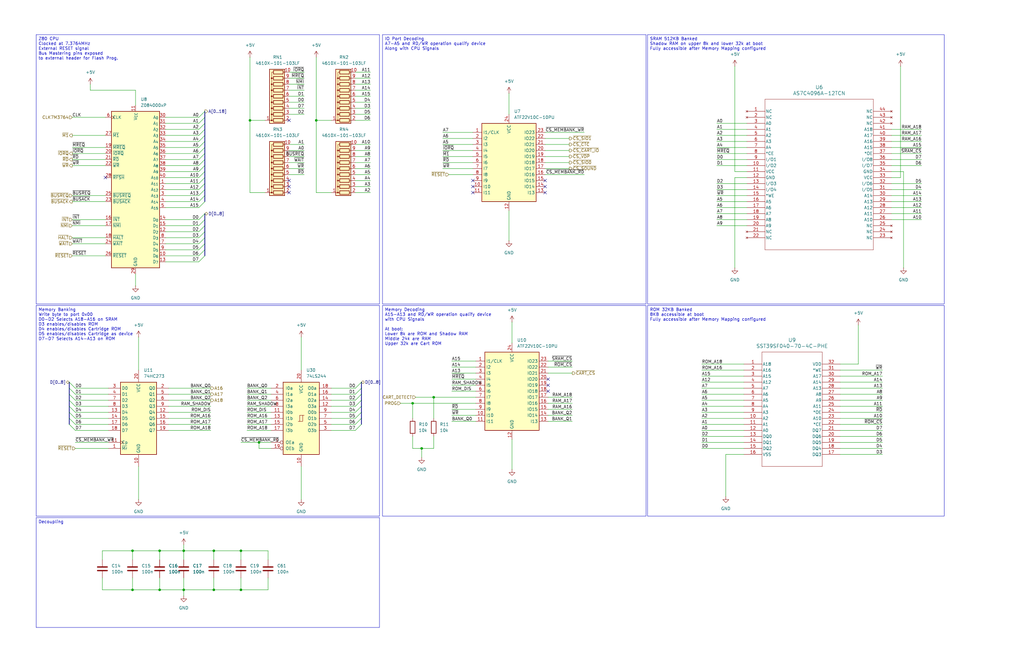
<source format=kicad_sch>
(kicad_sch (version 20250114) (generator "eeschema") (generator_version "9.0")
  (paper "USLedger")
  (text_box "Decoupling" (at 15.24 218.44 0) (size 144.78 46.355) (margins 0.9525 0.9525 0.9525 0.9525) (effects (font (size 1.27 1.27)) (justify left top)))
  (text_box "SRAM 512KB Banked\nShadow RAM on upper 8k and lower 32k at boot\nFully accessible after Memory Mapping configured" (at 273.05 14.605 0) (size 125.095 113.665) (margins 0.9525 0.9525 0.9525 0.9525) (effects (font (size 1.27 1.27)) (justify left top)))
  (text_box "Z80 CPU\nClocked at 7.3764MHz\nExternal RESET signal\nBus Mastering pins exposed\nto external header for Flash Prog." (at 15.24 14.605 0) (size 144.78 113.665) (margins 0.9525 0.9525 0.9525 0.9525) (effects (font (size 1.27 1.27)) (justify left top)))
  (text_box "IO Port Decoding\nA7-A5 and RD/WR operation qualify device\nAlong with CPU Signals" (at 161.29 14.605 0) (size 111.125 113.665) (margins 0.9525 0.9525 0.9525 0.9525) (effects (font (size 1.27 1.27)) (justify left top)))
  (text_box "ROM 32KB Banked\n8KB accessible at boot\nFully accessible after Memory Mapping configured" (at 273.05 128.905 0) (size 125.095 88.9) (margins 0.9525 0.9525 0.9525 0.9525) (effects (font (size 1.27 1.27)) (justify left top)))
  (text_box "Memory Banking\nWrite byte to port 0x00\nD0-D2 Selects A18-A16 on SRAM\nD3 enables/disables ROM\nD4 enables/disables Cartridge ROM\nD5 enables/disables Cartridge as device\nD7-D7 Selects A14-A13 on ROM" (at 15.24 128.905 0) (size 144.78 88.9) (margins 0.9525 0.9525 0.9525 0.9525) (effects (font (size 1.27 1.27)) (justify left top)))
  (text_box "Memory Decoding\nA15-A13 and RD/WR operation qualify device\nwith CPU Signals\n\nAt boot:\nLower 8k are ROM and Shadow RAM\nMiddle 24k are RAM\nUpper 32k are Cart ROM\n\n" (at 161.29 128.905 0) (size 111.125 88.9) (margins 0.9525 0.9525 0.9525 0.9525) (effects (font (size 1.27 1.27)) (justify left top)))
  (junction (at 67.31 248.92))
  (junction (at 101.6 248.92))
  (junction (at 182.88 167.64))
  (junction (at 55.88 248.92))
  (junction (at 109.22 186.69))
  (junction (at 173.99 170.18))
  (junction (at 105.41 50.8))
  (junction (at 67.31 232.41))
  (junction (at 101.6 232.41))
  (junction (at 90.17 248.92))
  (junction (at 177.8 189.23))
  (junction (at 77.47 232.41))
  (junction (at 77.47 248.92))
  (junction (at 90.17 232.41))
  (junction (at 133.35 50.8))
  (junction (at 55.88 232.41))
  (no_connect (at 199.39 76.2))
  (no_connect (at 199.39 81.28))
  (no_connect (at 229.87 76.2))
  (no_connect (at 199.39 78.74))
  (no_connect (at 229.87 78.74))
  (no_connect (at 121.92 78.74))
  (no_connect (at 231.14 162.56))
  (no_connect (at 231.14 165.1))
  (no_connect (at 44.45 74.93))
  (no_connect (at 231.14 160.02))
  (no_connect (at 229.87 81.28))
  (no_connect (at 121.92 50.8))
  (no_connect (at 121.92 76.2))
  (no_connect (at 121.92 81.28))
  (bus_entry (at 83.82 105.41) (size 2.54 -2.54))
  (bus_entry (at 83.82 80.01) (size 2.54 -2.54))
  (bus_entry (at 152.4 161.29) (size -2.54 2.54))
  (bus_entry (at 29.21 166.37) (size 2.54 2.54))
  (bus_entry (at 83.82 57.15) (size 2.54 -2.54))
  (bus_entry (at 152.4 171.45) (size -2.54 2.54))
  (bus_entry (at 83.82 72.39) (size 2.54 -2.54))
  (bus_entry (at 83.82 62.23) (size 2.54 -2.54))
  (bus_entry (at 83.82 107.95) (size 2.54 -2.54))
  (bus_entry (at 152.4 176.53) (size -2.54 2.54))
  (bus_entry (at 83.82 102.87) (size 2.54 -2.54))
  (bus_entry (at 83.82 100.33) (size 2.54 -2.54))
  (bus_entry (at 83.82 54.61) (size 2.54 -2.54))
  (bus_entry (at 152.4 168.91) (size -2.54 2.54))
  (bus_entry (at 83.82 97.79) (size 2.54 -2.54))
  (bus_entry (at 83.82 49.53) (size 2.54 -2.54))
  (bus_entry (at 83.82 95.25) (size 2.54 -2.54))
  (bus_entry (at 29.21 179.07) (size 2.54 2.54))
  (bus_entry (at 83.82 59.69) (size 2.54 -2.54))
  (bus_entry (at 83.82 82.55) (size 2.54 -2.54))
  (bus_entry (at 83.82 74.93) (size 2.54 -2.54))
  (bus_entry (at 83.82 87.63) (size 2.54 -2.54))
  (bus_entry (at 152.4 166.37) (size -2.54 2.54))
  (bus_entry (at 29.21 176.53) (size 2.54 2.54))
  (bus_entry (at 83.82 110.49) (size 2.54 -2.54))
  (bus_entry (at 83.82 67.31) (size 2.54 -2.54))
  (bus_entry (at 83.82 64.77) (size 2.54 -2.54))
  (bus_entry (at 83.82 69.85) (size 2.54 -2.54))
  (bus_entry (at 152.4 173.99) (size -2.54 2.54))
  (bus_entry (at 29.21 171.45) (size 2.54 2.54))
  (bus_entry (at 83.82 85.09) (size 2.54 -2.54))
  (bus_entry (at 29.21 173.99) (size 2.54 2.54))
  (bus_entry (at 152.4 163.83) (size -2.54 2.54))
  (bus_entry (at 29.21 168.91) (size 2.54 2.54))
  (bus_entry (at 83.82 77.47) (size 2.54 -2.54))
  (bus_entry (at 29.21 161.29) (size 2.54 2.54))
  (bus_entry (at 152.4 179.07) (size -2.54 2.54))
  (bus_entry (at 29.21 163.83) (size 2.54 2.54))
  (bus_entry (at 83.82 92.71) (size 2.54 -2.54))
  (bus_entry (at 83.82 52.07) (size 2.54 -2.54))
  (wire (pts (xy 104.14 163.83) (xy 114.3 163.83)))
  (wire (pts (xy 104.14 166.37) (xy 114.3 166.37)))
  (wire (pts (xy 190.5 160.02) (xy 200.66 160.02)))
  (bus (pts (xy 29.21 173.99) (xy 29.21 176.53)))
  (wire (pts (xy 43.18 243.84) (xy 43.18 248.92)))
  (wire (pts (xy 229.87 58.42) (xy 240.03 58.42)))
  (wire (pts (xy 231.14 157.48) (xy 241.3 157.48)))
  (wire (pts (xy 375.92 77.47) (xy 388.62 77.47)))
  (wire (pts (xy 375.92 72.39) (xy 381 72.39)))
  (wire (pts (xy 121.92 45.72) (xy 128.27 45.72)))
  (wire (pts (xy 149.86 71.12) (xy 156.21 71.12)))
  (wire (pts (xy 375.92 87.63) (xy 388.62 87.63)))
  (wire (pts (xy 375.92 67.31) (xy 388.62 67.31)))
  (wire (pts (xy 30.48 64.77) (xy 44.45 64.77)))
  (bus (pts (xy 86.36 92.71) (xy 86.36 95.25)))
  (wire (pts (xy 309.88 27.94) (xy 309.88 72.39)))
  (wire (pts (xy 71.12 163.83) (xy 88.9 163.83)))
  (wire (pts (xy 354.33 191.77) (xy 372.11 191.77)))
  (wire (pts (xy 375.92 54.61) (xy 388.62 54.61)))
  (wire (pts (xy 354.33 163.83) (xy 372.11 163.83)))
  (wire (pts (xy 375.92 85.09) (xy 388.62 85.09)))
  (wire (pts (xy 302.26 90.17) (xy 314.96 90.17)))
  (wire (pts (xy 30.48 102.87) (xy 44.45 102.87)))
  (wire (pts (xy 30.48 85.09) (xy 44.45 85.09)))
  (wire (pts (xy 30.48 57.15) (xy 44.45 57.15)))
  (wire (pts (xy 354.33 181.61) (xy 372.11 181.61)))
  (wire (pts (xy 295.91 186.69) (xy 313.69 186.69)))
  (wire (pts (xy 354.33 179.07) (xy 372.11 179.07)))
  (wire (pts (xy 43.18 236.22) (xy 43.18 232.41)))
  (wire (pts (xy 182.88 167.64) (xy 200.66 167.64)))
  (wire (pts (xy 302.26 92.71) (xy 314.96 92.71)))
  (bus (pts (xy 86.36 52.07) (xy 86.36 54.61)))
  (wire (pts (xy 302.26 77.47) (xy 314.96 77.47)))
  (wire (pts (xy 67.31 232.41) (xy 77.47 232.41)))
  (wire (pts (xy 104.14 173.99) (xy 114.3 173.99)))
  (wire (pts (xy 113.03 243.84) (xy 113.03 248.92)))
  (bus (pts (xy 86.36 46.99) (xy 86.36 49.53)))
  (wire (pts (xy 109.22 186.69) (xy 114.3 186.69)))
  (wire (pts (xy 69.85 67.31) (xy 83.82 67.31)))
  (wire (pts (xy 173.99 170.18) (xy 200.66 170.18)))
  (wire (pts (xy 354.33 156.21) (xy 372.11 156.21)))
  (wire (pts (xy 354.33 158.75) (xy 372.11 158.75)))
  (wire (pts (xy 190.5 152.4) (xy 200.66 152.4)))
  (wire (pts (xy 69.85 49.53) (xy 83.82 49.53)))
  (wire (pts (xy 175.26 167.64) (xy 182.88 167.64)))
  (wire (pts (xy 302.26 67.31) (xy 314.96 67.31)))
  (wire (pts (xy 149.86 78.74) (xy 156.21 78.74)))
  (wire (pts (xy 149.86 76.2) (xy 156.21 76.2)))
  (wire (pts (xy 302.26 85.09) (xy 314.96 85.09)))
  (bus (pts (xy 86.36 80.01) (xy 86.36 82.55)))
  (wire (pts (xy 31.75 189.23) (xy 45.72 189.23)))
  (wire (pts (xy 375.92 80.01) (xy 388.62 80.01)))
  (wire (pts (xy 379.73 27.94) (xy 379.73 74.93)))
  (wire (pts (xy 69.85 110.49) (xy 83.82 110.49)))
  (wire (pts (xy 121.92 66.04) (xy 128.27 66.04)))
  (wire (pts (xy 177.8 189.23) (xy 182.88 189.23)))
  (wire (pts (xy 38.1 35.56) (xy 38.1 38.1)))
  (wire (pts (xy 69.85 92.71) (xy 83.82 92.71)))
  (wire (pts (xy 354.33 184.15) (xy 372.11 184.15)))
  (wire (pts (xy 302.26 57.15) (xy 314.96 57.15)))
  (wire (pts (xy 113.03 236.22) (xy 113.03 232.41)))
  (wire (pts (xy 69.85 85.09) (xy 83.82 85.09)))
  (wire (pts (xy 101.6 232.41) (xy 101.6 236.22)))
  (wire (pts (xy 69.85 52.07) (xy 83.82 52.07)))
  (wire (pts (xy 149.86 35.56) (xy 156.21 35.56)))
  (wire (pts (xy 149.86 50.8) (xy 156.21 50.8)))
  (wire (pts (xy 375.92 62.23) (xy 388.62 62.23)))
  (wire (pts (xy 314.96 72.39) (xy 309.88 72.39)))
  (bus (pts (xy 86.36 102.87) (xy 86.36 105.41)))
  (wire (pts (xy 67.31 232.41) (xy 67.31 236.22)))
  (wire (pts (xy 133.35 50.8) (xy 139.7 50.8)))
  (wire (pts (xy 149.86 171.45) (xy 139.7 171.45)))
  (wire (pts (xy 375.92 74.93) (xy 379.73 74.93)))
  (wire (pts (xy 69.85 74.93) (xy 83.82 74.93)))
  (wire (pts (xy 229.87 63.5) (xy 240.03 63.5)))
  (wire (pts (xy 302.26 82.55) (xy 314.96 82.55)))
  (wire (pts (xy 55.88 248.92) (xy 67.31 248.92)))
  (wire (pts (xy 168.91 170.18) (xy 173.99 170.18)))
  (wire (pts (xy 190.5 172.72) (xy 200.66 172.72)))
  (wire (pts (xy 69.85 105.41) (xy 83.82 105.41)))
  (wire (pts (xy 149.86 45.72) (xy 156.21 45.72)))
  (wire (pts (xy 186.69 58.42) (xy 199.39 58.42)))
  (wire (pts (xy 121.92 33.02) (xy 128.27 33.02)))
  (wire (pts (xy 354.33 173.99) (xy 372.11 173.99)))
  (wire (pts (xy 354.33 176.53) (xy 372.11 176.53)))
  (wire (pts (xy 189.23 73.66) (xy 199.39 73.66)))
  (wire (pts (xy 295.91 171.45) (xy 313.69 171.45)))
  (wire (pts (xy 182.88 167.64) (xy 182.88 176.53)))
  (wire (pts (xy 69.85 107.95) (xy 83.82 107.95)))
  (wire (pts (xy 306.07 191.77) (xy 306.07 209.55)))
  (wire (pts (xy 71.12 179.07) (xy 88.9 179.07)))
  (wire (pts (xy 149.86 60.96) (xy 156.21 60.96)))
  (wire (pts (xy 190.5 162.56) (xy 200.66 162.56)))
  (wire (pts (xy 104.14 171.45) (xy 114.3 171.45)))
  (wire (pts (xy 77.47 232.41) (xy 77.47 236.22)))
  (wire (pts (xy 77.47 248.92) (xy 90.17 248.92)))
  (bus (pts (xy 29.21 161.29) (xy 29.21 163.83)))
  (wire (pts (xy 295.91 173.99) (xy 313.69 173.99)))
  (wire (pts (xy 55.88 232.41) (xy 67.31 232.41)))
  (wire (pts (xy 71.12 166.37) (xy 88.9 166.37)))
  (wire (pts (xy 104.14 181.61) (xy 114.3 181.61)))
  (wire (pts (xy 295.91 176.53) (xy 313.69 176.53)))
  (wire (pts (xy 215.9 135.89) (xy 215.9 144.78)))
  (wire (pts (xy 104.14 168.91) (xy 114.3 168.91)))
  (wire (pts (xy 77.47 229.87) (xy 77.47 232.41)))
  (wire (pts (xy 30.48 100.33) (xy 44.45 100.33)))
  (wire (pts (xy 121.92 71.12) (xy 128.27 71.12)))
  (wire (pts (xy 354.33 168.91) (xy 372.11 168.91)))
  (wire (pts (xy 302.26 80.01) (xy 314.96 80.01)))
  (wire (pts (xy 121.92 68.58) (xy 128.27 68.58)))
  (wire (pts (xy 77.47 248.92) (xy 77.47 251.46)))
  (wire (pts (xy 58.42 142.24) (xy 58.42 156.21)))
  (wire (pts (xy 127 142.24) (xy 127 156.21)))
  (wire (pts (xy 31.75 181.61) (xy 45.72 181.61)))
  (wire (pts (xy 313.69 191.77) (xy 306.07 191.77)))
  (wire (pts (xy 69.85 57.15) (xy 83.82 57.15)))
  (wire (pts (xy 186.69 55.88) (xy 199.39 55.88)))
  (wire (pts (xy 133.35 81.28) (xy 139.7 81.28)))
  (wire (pts (xy 190.5 175.26) (xy 200.66 175.26)))
  (bus (pts (xy 152.4 171.45) (xy 152.4 173.99)))
  (wire (pts (xy 121.92 30.48) (xy 128.27 30.48)))
  (wire (pts (xy 309.88 74.93) (xy 314.96 74.93)))
  (wire (pts (xy 31.75 173.99) (xy 45.72 173.99)))
  (wire (pts (xy 149.86 68.58) (xy 156.21 68.58)))
  (wire (pts (xy 295.91 161.29) (xy 313.69 161.29)))
  (wire (pts (xy 177.8 189.23) (xy 177.8 193.04)))
  (wire (pts (xy 149.86 33.02) (xy 156.21 33.02)))
  (wire (pts (xy 182.88 184.15) (xy 182.88 189.23)))
  (bus (pts (xy 152.4 163.83) (xy 152.4 166.37)))
  (bus (pts (xy 86.36 90.17) (xy 86.36 92.71)))
  (wire (pts (xy 30.48 67.31) (xy 44.45 67.31)))
  (wire (pts (xy 121.92 35.56) (xy 128.27 35.56)))
  (wire (pts (xy 149.86 66.04) (xy 156.21 66.04)))
  (wire (pts (xy 104.14 179.07) (xy 114.3 179.07)))
  (wire (pts (xy 121.92 40.64) (xy 128.27 40.64)))
  (wire (pts (xy 69.85 59.69) (xy 83.82 59.69)))
  (wire (pts (xy 30.48 69.85) (xy 44.45 69.85)))
  (wire (pts (xy 71.12 176.53) (xy 88.9 176.53)))
  (bus (pts (xy 86.36 100.33) (xy 86.36 102.87)))
  (wire (pts (xy 186.69 71.12) (xy 199.39 71.12)))
  (bus (pts (xy 86.36 69.85) (xy 86.36 72.39)))
  (wire (pts (xy 133.35 24.13) (xy 133.35 50.8)))
  (wire (pts (xy 30.48 95.25) (xy 44.45 95.25)))
  (wire (pts (xy 90.17 232.41) (xy 101.6 232.41)))
  (wire (pts (xy 105.41 24.13) (xy 105.41 50.8)))
  (wire (pts (xy 149.86 38.1) (xy 156.21 38.1)))
  (wire (pts (xy 302.26 64.77) (xy 314.96 64.77)))
  (wire (pts (xy 295.91 184.15) (xy 313.69 184.15)))
  (wire (pts (xy 109.22 186.69) (xy 109.22 189.23)))
  (wire (pts (xy 302.26 62.23) (xy 314.96 62.23)))
  (wire (pts (xy 302.26 54.61) (xy 314.96 54.61)))
  (bus (pts (xy 86.36 62.23) (xy 86.36 64.77)))
  (wire (pts (xy 302.26 95.25) (xy 314.96 95.25)))
  (wire (pts (xy 43.18 232.41) (xy 55.88 232.41)))
  (wire (pts (xy 190.5 165.1) (xy 200.66 165.1)))
  (wire (pts (xy 58.42 196.85) (xy 58.42 210.82)))
  (wire (pts (xy 57.15 115.57) (xy 57.15 120.65)))
  (wire (pts (xy 295.91 153.67) (xy 313.69 153.67)))
  (wire (pts (xy 149.86 30.48) (xy 156.21 30.48)))
  (wire (pts (xy 173.99 170.18) (xy 173.99 176.53)))
  (wire (pts (xy 186.69 63.5) (xy 199.39 63.5)))
  (wire (pts (xy 121.92 38.1) (xy 128.27 38.1)))
  (wire (pts (xy 69.85 69.85) (xy 83.82 69.85)))
  (wire (pts (xy 354.33 186.69) (xy 372.11 186.69)))
  (wire (pts (xy 173.99 184.15) (xy 173.99 189.23)))
  (wire (pts (xy 190.5 177.8) (xy 200.66 177.8)))
  (bus (pts (xy 86.36 64.77) (xy 86.36 67.31)))
  (wire (pts (xy 104.14 176.53) (xy 114.3 176.53)))
  (wire (pts (xy 375.92 59.69) (xy 388.62 59.69)))
  (wire (pts (xy 133.35 50.8) (xy 133.35 81.28)))
  (bus (pts (xy 86.36 67.31) (xy 86.36 69.85)))
  (wire (pts (xy 55.88 243.84) (xy 55.88 248.92)))
  (wire (pts (xy 149.86 173.99) (xy 139.7 173.99)))
  (wire (pts (xy 69.85 102.87) (xy 83.82 102.87)))
  (wire (pts (xy 354.33 189.23) (xy 372.11 189.23)))
  (bus (pts (xy 86.36 105.41) (xy 86.36 107.95)))
  (wire (pts (xy 121.92 60.96) (xy 128.27 60.96)))
  (wire (pts (xy 295.91 166.37) (xy 313.69 166.37)))
  (wire (pts (xy 69.85 77.47) (xy 83.82 77.47)))
  (bus (pts (xy 86.36 57.15) (xy 86.36 59.69)))
  (wire (pts (xy 295.91 156.21) (xy 313.69 156.21)))
  (bus (pts (xy 86.36 54.61) (xy 86.36 57.15)))
  (wire (pts (xy 231.14 172.72) (xy 241.3 172.72)))
  (wire (pts (xy 190.5 154.94) (xy 200.66 154.94)))
  (wire (pts (xy 101.6 186.69) (xy 109.22 186.69)))
  (wire (pts (xy 57.15 38.1) (xy 38.1 38.1)))
  (bus (pts (xy 86.36 49.53) (xy 86.36 52.07)))
  (wire (pts (xy 69.85 100.33) (xy 83.82 100.33)))
  (wire (pts (xy 295.91 179.07) (xy 313.69 179.07)))
  (wire (pts (xy 105.41 50.8) (xy 105.41 81.28)))
  (bus (pts (xy 29.21 166.37) (xy 29.21 168.91)))
  (wire (pts (xy 229.87 68.58) (xy 240.03 68.58)))
  (wire (pts (xy 31.75 163.83) (xy 45.72 163.83)))
  (wire (pts (xy 77.47 232.41) (xy 90.17 232.41)))
  (bus (pts (xy 86.36 59.69) (xy 86.36 62.23)))
  (wire (pts (xy 101.6 243.84) (xy 101.6 248.92)))
  (wire (pts (xy 69.85 62.23) (xy 83.82 62.23)))
  (wire (pts (xy 55.88 232.41) (xy 55.88 236.22)))
  (wire (pts (xy 67.31 243.84) (xy 67.31 248.92)))
  (wire (pts (xy 30.48 92.71) (xy 44.45 92.71)))
  (wire (pts (xy 149.86 166.37) (xy 139.7 166.37)))
  (wire (pts (xy 149.86 63.5) (xy 156.21 63.5)))
  (wire (pts (xy 231.14 177.8) (xy 241.3 177.8)))
  (wire (pts (xy 354.33 166.37) (xy 372.11 166.37)))
  (wire (pts (xy 309.88 74.93) (xy 309.88 113.03)))
  (bus (pts (xy 86.36 82.55) (xy 86.36 85.09)))
  (bus (pts (xy 152.4 166.37) (xy 152.4 168.91)))
  (wire (pts (xy 31.75 179.07) (xy 45.72 179.07)))
  (wire (pts (xy 149.86 43.18) (xy 156.21 43.18)))
  (wire (pts (xy 190.5 157.48) (xy 200.66 157.48)))
  (wire (pts (xy 149.86 40.64) (xy 156.21 40.64)))
  (wire (pts (xy 381 72.39) (xy 381 113.03)))
  (wire (pts (xy 30.48 49.53) (xy 44.45 49.53)))
  (wire (pts (xy 375.92 82.55) (xy 388.62 82.55)))
  (wire (pts (xy 149.86 176.53) (xy 139.7 176.53)))
  (wire (pts (xy 31.75 171.45) (xy 45.72 171.45)))
  (wire (pts (xy 43.18 248.92) (xy 55.88 248.92)))
  (wire (pts (xy 214.63 39.37) (xy 214.63 48.26)))
  (wire (pts (xy 375.92 69.85) (xy 388.62 69.85)))
  (bus (pts (xy 152.4 176.53) (xy 152.4 179.07)))
  (wire (pts (xy 375.92 57.15) (xy 388.62 57.15)))
  (wire (pts (xy 229.87 60.96) (xy 240.03 60.96)))
  (wire (pts (xy 57.15 44.45) (xy 57.15 38.1)))
  (bus (pts (xy 29.21 168.91) (xy 29.21 171.45)))
  (wire (pts (xy 149.86 81.28) (xy 156.21 81.28)))
  (wire (pts (xy 109.22 189.23) (xy 114.3 189.23)))
  (bus (pts (xy 29.21 176.53) (xy 29.21 179.07)))
  (wire (pts (xy 69.85 82.55) (xy 83.82 82.55)))
  (wire (pts (xy 302.26 59.69) (xy 314.96 59.69)))
  (wire (pts (xy 375.92 90.17) (xy 388.62 90.17)))
  (wire (pts (xy 71.12 168.91) (xy 88.9 168.91)))
  (bus (pts (xy 152.4 168.91) (xy 152.4 171.45)))
  (wire (pts (xy 229.87 73.66) (xy 246.38 73.66)))
  (wire (pts (xy 149.86 179.07) (xy 139.7 179.07)))
  (wire (pts (xy 375.92 92.71) (xy 388.62 92.71)))
  (wire (pts (xy 31.75 166.37) (xy 45.72 166.37)))
  (wire (pts (xy 121.92 48.26) (xy 128.27 48.26)))
  (wire (pts (xy 69.85 80.01) (xy 83.82 80.01)))
  (wire (pts (xy 67.31 248.92) (xy 77.47 248.92)))
  (wire (pts (xy 295.91 168.91) (xy 313.69 168.91)))
  (wire (pts (xy 90.17 232.41) (xy 90.17 236.22)))
  (wire (pts (xy 173.99 189.23) (xy 177.8 189.23)))
  (wire (pts (xy 105.41 50.8) (xy 111.76 50.8)))
  (wire (pts (xy 77.47 243.84) (xy 77.47 248.92)))
  (bus (pts (xy 29.21 163.83) (xy 29.21 166.37)))
  (wire (pts (xy 186.69 60.96) (xy 199.39 60.96)))
  (wire (pts (xy 149.86 73.66) (xy 156.21 73.66)))
  (wire (pts (xy 302.26 87.63) (xy 314.96 87.63)))
  (wire (pts (xy 231.14 175.26) (xy 241.3 175.26)))
  (wire (pts (xy 69.85 54.61) (xy 83.82 54.61)))
  (wire (pts (xy 149.86 181.61) (xy 139.7 181.61)))
  (bus (pts (xy 86.36 77.47) (xy 86.36 80.01)))
  (wire (pts (xy 101.6 248.92) (xy 113.03 248.92)))
  (bus (pts (xy 152.4 161.29) (xy 152.4 163.83)))
  (wire (pts (xy 71.12 171.45) (xy 88.9 171.45)))
  (wire (pts (xy 295.91 158.75) (xy 313.69 158.75)))
  (bus (pts (xy 86.36 95.25) (xy 86.36 97.79)))
  (wire (pts (xy 295.91 189.23) (xy 313.69 189.23)))
  (wire (pts (xy 31.75 176.53) (xy 45.72 176.53)))
  (wire (pts (xy 214.63 88.9) (xy 214.63 101.6)))
  (wire (pts (xy 229.87 66.04) (xy 240.03 66.04)))
  (wire (pts (xy 31.75 186.69) (xy 45.72 186.69)))
  (wire (pts (xy 354.33 161.29) (xy 372.11 161.29)))
  (wire (pts (xy 186.69 68.58) (xy 199.39 68.58)))
  (wire (pts (xy 71.12 181.61) (xy 88.9 181.61)))
  (wire (pts (xy 229.87 55.88) (xy 246.38 55.88)))
  (wire (pts (xy 69.85 95.25) (xy 83.82 95.25)))
  (wire (pts (xy 231.14 152.4) (xy 241.3 152.4)))
  (bus (pts (xy 86.36 74.93) (xy 86.36 77.47)))
  (wire (pts (xy 231.14 167.64) (xy 241.3 167.64)))
  (wire (pts (xy 186.69 66.04) (xy 199.39 66.04)))
  (wire (pts (xy 31.75 168.91) (xy 45.72 168.91)))
  (bus (pts (xy 152.4 173.99) (xy 152.4 176.53)))
  (wire (pts (xy 375.92 64.77) (xy 388.62 64.77)))
  (bus (pts (xy 29.21 171.45) (xy 29.21 173.99)))
  (wire (pts (xy 231.14 170.18) (xy 241.3 170.18)))
  (wire (pts (xy 127 196.85) (xy 127 210.82)))
  (wire (pts (xy 121.92 43.18) (xy 128.27 43.18)))
  (wire (pts (xy 69.85 72.39) (xy 83.82 72.39)))
  (wire (pts (xy 121.92 73.66) (xy 128.27 73.66)))
  (wire (pts (xy 295.91 163.83) (xy 313.69 163.83)))
  (wire (pts (xy 302.26 69.85) (xy 314.96 69.85)))
  (wire (pts (xy 361.95 137.16) (xy 361.95 153.67)))
  (wire (pts (xy 30.48 107.95) (xy 44.45 107.95)))
  (wire (pts (xy 30.48 82.55) (xy 44.45 82.55)))
  (bus (pts (xy 86.36 72.39) (xy 86.36 74.93)))
  (wire (pts (xy 90.17 248.92) (xy 101.6 248.92)))
  (wire (pts (xy 90.17 243.84) (xy 90.17 248.92)))
  (wire (pts (xy 354.33 153.67) (xy 361.95 153.67)))
  (wire (pts (xy 215.9 185.42) (xy 215.9 198.12)))
  (wire (pts (xy 101.6 232.41) (xy 113.03 232.41)))
  (wire (pts (xy 121.92 63.5) (xy 128.27 63.5)))
  (wire (pts (xy 302.26 52.07) (xy 314.96 52.07)))
  (wire (pts (xy 69.85 87.63) (xy 83.82 87.63)))
  (wire (pts (xy 69.85 64.77) (xy 83.82 64.77)))
  (wire (pts (xy 30.48 62.23) (xy 44.45 62.23)))
  (wire (pts (xy 149.86 48.26) (xy 156.21 48.26)))
  (wire (pts (xy 231.14 154.94) (xy 241.3 154.94)))
  (wire (pts (xy 69.85 97.79) (xy 83.82 97.79)))
  (wire (pts (xy 71.12 173.99) (xy 88.9 173.99)))
  (wire (pts (xy 105.41 81.28) (xy 111.76 81.28)))
  (wire (pts (xy 149.86 163.83) (xy 139.7 163.83)))
  (wire (pts (xy 149.86 168.91) (xy 139.7 168.91)))
  (wire (pts (xy 295.91 181.61) (xy 313.69 181.61)))
  (wire (pts (xy 229.87 71.12) (xy 240.03 71.12)))
  (bus (pts (xy 86.36 97.79) (xy 86.36 100.33)))
  (wire (pts (xy 354.33 171.45) (xy 372.11 171.45)))
  (label "BANK_Q1" (at 88.9 166.37 180))
  (label "A15" (at 388.62 62.23 180))
  (label "~{WR}" (at 186.69 71.12 0))
  (label "BANK_Q0" (at 88.9 163.83 180))
  (label "D7" (at 128.27 45.72 180))
  (label "A5" (at 156.21 73.66 180))
  (label "A6" (at 156.21 71.12 180))
  (label "ROM_A17" (at 372.11 158.75 180))
  (label "ROM_A18" (at 104.14 181.61 0))
  (label "D6" (at 156.21 50.8 180))
  (label "D3" (at 156.21 45.72 180))
  (label "ROM_DIS" (at 104.14 173.99 0))
  (label "D2" (at 149.86 168.91 180))
  (label "A0" (at 302.26 52.07 0))
  (label "ROM_DIS" (at 190.5 165.1 0))
  (label "A14" (at 388.62 82.55 180))
  (label "~{RD}" (at 186.69 68.58 0))
  (label "D7" (at 83.82 110.49 180))
  (label "D5" (at 156.21 48.26 180))
  (label "D5" (at 372.11 186.69 180))
  (label "RAM_A17" (at 241.3 170.18 180))
  (label "A12" (at 388.62 87.63 180))
  (label "BANK_Q2" (at 104.14 168.91 0))
  (label "~{INT}" (at 128.27 38.1 180))
  (label "D0" (at 83.82 92.71 180))
  (label "A7" (at 302.26 90.17 0))
  (label "A8" (at 372.11 166.37 180))
  (label "~{RD}" (at 128.27 73.66 180))
  (label "~{NMI}" (at 128.27 35.56 180))
  (label "BANK_Q2" (at 88.9 168.91 180))
  (label "D7" (at 372.11 181.61 180))
  (label "~{INT}" (at 30.48 92.71 0))
  (label "A4" (at 156.21 76.2 180))
  (label "A6" (at 302.26 87.63 0))
  (label "~{RD}" (at 372.11 173.99 180))
  (label "A5" (at 295.91 168.91 0))
  (label "A15" (at 156.21 40.64 180))
  (label "D0" (at 149.86 163.83 180))
  (label "~{SRAM_CS}" (at 241.3 152.4 180))
  (label "D6" (at 388.62 69.85 180))
  (label "~{MREQ}" (at 302.26 64.77 0))
  (label "A15" (at 295.91 158.75 0))
  (label "D1" (at 295.91 186.69 0))
  (label "A12" (at 156.21 33.02 180))
  (label "BANK_Q1" (at 104.14 166.37 0))
  (label "~{BUSACK}" (at 30.48 85.09 0))
  (label "D2" (at 295.91 184.15 0))
  (label "D2" (at 128.27 48.26 180))
  (label "A1" (at 302.26 54.61 0))
  (label "D1" (at 128.27 40.64 180))
  (label "~{CS_MEMBANK_WR}" (at 246.38 55.88 180))
  (label "~{MREQ}" (at 128.27 33.02 180))
  (label "D0" (at 302.26 67.31 0))
  (label "A12" (at 83.82 80.01 180))
  (label "ROM_A17" (at 104.14 179.07 0))
  (label "D0" (at 31.75 163.83 0))
  (label "A11" (at 388.62 90.17 180))
  (label "D1" (at 302.26 69.85 0))
  (label "~{CS_MEMBANK_RD}" (at 246.38 73.66 180))
  (label "~{NMI}" (at 30.48 95.25 0))
  (label "A14" (at 190.5 154.94 0))
  (label "D3" (at 31.75 171.45 0))
  (label "~{MREQ}" (at 30.48 62.23 0))
  (label "A6" (at 295.91 166.37 0))
  (label "A10" (at 388.62 92.71 180))
  (label "~{M1}" (at 186.69 66.04 0))
  (label "ROM_A16" (at 295.91 156.21 0))
  (label "~{CS_MEMBANK_RD}" (at 101.6 186.69 0))
  (label "D4" (at 149.86 173.99 180))
  (label "D0" (at 128.27 43.18 180))
  (label "A13" (at 372.11 163.83 180))
  (label "A9" (at 302.26 95.25 0))
  (label "D5" (at 31.75 176.53 0))
  (label "D1" (at 149.86 166.37 180))
  (label "D5" (at 388.62 77.47 180))
  (label "~{WR}" (at 302.26 82.55 0))
  (label "D3" (at 372.11 191.77 180))
  (label "D2" (at 31.75 168.91 0))
  (label "A4" (at 295.91 171.45 0))
  (label "A3" (at 83.82 57.15 180))
  (label "D3" (at 302.26 80.01 0))
  (label "~{IORQ}" (at 128.27 30.48 180))
  (label "D5" (at 149.86 176.53 180))
  (label "D6" (at 149.86 179.07 180))
  (label "RAM_A18" (at 388.62 54.61 180))
  (label "D6" (at 31.75 179.07 0))
  (label "D1" (at 83.82 95.25 180))
  (label "A5" (at 302.26 85.09 0))
  (label "A12" (at 295.91 161.29 0))
  (label "A14" (at 156.21 38.1 180))
  (label "ROM_A18" (at 295.91 153.67 0))
  (label "~{WAIT}" (at 128.27 68.58 180))
  (label "~{WAIT}" (at 30.48 102.87 0))
  (label "D4" (at 31.75 173.99 0))
  (label "D3" (at 83.82 100.33 180))
  (label "A7" (at 186.69 55.88 0))
  (label "D4" (at 156.21 43.18 180))
  (label "A15" (at 190.5 152.4 0))
  (label "A11" (at 83.82 77.47 180))
  (label "RAM_A17" (at 388.62 57.15 180))
  (label "A13" (at 156.21 35.56 180))
  (label "BANK_Q2" (at 241.3 175.26 180))
  (label "A3" (at 302.26 59.69 0))
  (label "D4" (at 372.11 189.23 180))
  (label "~{BUSREQ}" (at 30.48 82.55 0))
  (label "ROM_A17" (at 88.9 179.07 180))
  (label "CLK" (at 30.48 49.53 0))
  (label "RAM_A16" (at 388.62 59.69 180))
  (label "A6" (at 186.69 58.42 0))
  (label "A3" (at 156.21 78.74 180))
  (label "A9" (at 83.82 72.39 180))
  (label "~{IORQ}" (at 186.69 63.5 0))
  (label "A1" (at 295.91 179.07 0))
  (label "BANK_Q0" (at 190.5 177.8 0))
  (label "A9" (at 372.11 168.91 180))
  (label "A9" (at 156.21 63.5 180))
  (label "BANK_Q1" (at 241.3 177.8 180))
  (label "D2" (at 302.26 77.47 0))
  (label "~{RD}" (at 190.5 172.72 0))
  (label "D3" (at 149.86 171.45 180))
  (label "A2" (at 302.26 57.15 0))
  (label "~{WR}" (at 128.27 71.12 180))
  (label "RAM_SHADOW" (at 190.5 162.56 0))
  (label "RAM_SHADOW" (at 104.14 171.45 0))
  (label "A0" (at 128.27 63.5 180))
  (label "BANK_Q0" (at 104.14 163.83 0))
  (label "~{MREQ}" (at 190.5 160.02 0))
  (label "~{BUSREQ}" (at 128.27 66.04 180))
  (label "RAM_A16" (at 241.3 172.72 180))
  (label "A4" (at 83.82 59.69 180))
  (label "A3" (at 295.91 173.99 0))
  (label "D2" (at 83.82 97.79 180))
  (label "~{IORQ}" (at 30.48 64.77 0))
  (label "A14" (at 372.11 161.29 180))
  (label "D6" (at 372.11 184.15 180))
  (label "D7" (at 31.75 181.61 0))
  (label "D1" (at 31.75 166.37 0))
  (label "D0" (at 295.91 189.23 0))
  (label "~{RESET}" (at 30.48 107.95 0))
  (label "D7" (at 149.86 181.61 180))
  (label "A6" (at 83.82 64.77 180))
  (label "A11" (at 156.21 30.48 180))
  (label "A7" (at 83.82 67.31 180))
  (label "ROM_A18" (at 88.9 181.61 180))
  (label "A2" (at 156.21 81.28 180))
  (label "~{WR}" (at 372.11 156.21 180))
  (label "A10" (at 372.11 176.53 180))
  (label "~{RD}" (at 30.48 67.31 0))
  (label "~{WR}" (at 190.5 175.26 0))
  (label "A1" (at 83.82 52.07 180))
  (label "~{WR}" (at 30.48 69.85 0))
  (label "~{SRAM_CS}" (at 388.62 64.77 180))
  (label "A7" (at 156.21 68.58 180))
  (label "A10" (at 83.82 74.93 180))
  (label "RAM_A18" (at 241.3 167.64 180))
  (label "ROM_A16" (at 88.9 176.53 180))
  (label "A15" (at 83.82 87.63 180))
  (label "~{ROM_CS}" (at 241.3 154.94 180))
  (label "A13" (at 83.82 82.55 180))
  (label "A7" (at 295.91 163.83 0))
  (label "D6" (at 83.82 107.95 180))
  (label "A10" (at 156.21 60.96 180))
  (label "A0" (at 295.91 181.61 0))
  (label "RAM_SHADOW" (at 88.9 171.45 180))
  (label "D7" (at 388.62 67.31 180))
  (label "~{CS_MEMBANK_WR}" (at 31.75 186.69 0))
  (label "A1" (at 128.27 60.96 180))
  (label "A2" (at 83.82 54.61 180))
  (label "A13" (at 190.5 157.48 0))
  (label "A8" (at 83.82 69.85 180))
  (label "A13" (at 388.62 85.09 180))
  (label "A11" (at 372.11 171.45 180))
  (label "A5" (at 83.82 62.23 180))
  (label "A4" (at 302.26 62.23 0))
  (label "D4" (at 83.82 102.87 180))
  (label "A14" (at 83.82 85.09 180))
  (label "D4" (at 388.62 80.01 180))
  (label "ROM_DIS" (at 88.9 173.99 180))
  (label "A5" (at 186.69 60.96 0))
  (label "ROM_A16" (at 104.14 176.53 0))
  (label "~{ROM_CS}" (at 372.11 179.07 180))
  (label "A0" (at 83.82 49.53 180))
  (label "A8" (at 302.26 92.71 0))
  (label "A8" (at 156.21 66.04 180))
  (label "D5" (at 83.82 105.41 180))
  (label "A2" (at 295.91 176.53 0))
  (hierarchical_label "A18" (shape output) (at 88.9 168.91 0))
  (hierarchical_label "PROG" (shape input) (at 168.91 170.18 180))
  (hierarchical_label "CART_DETECT" (shape input) (at 175.26 167.64 180))
  (hierarchical_label "~{CS_SIO0}" (shape output) (at 240.03 68.58 0))
  (hierarchical_label "A16" (shape output) (at 88.9 163.83 0))
  (hierarchical_label "~{BUSACK}" (shape output) (at 30.48 85.09 180))
  (hierarchical_label "~{BUSREQ}" (shape input) (at 30.48 82.55 180))
  (hierarchical_label "~{CS_VDP}" (shape output) (at 240.03 66.04 0))
  (hierarchical_label "~{RESET}" (shape input) (at 31.75 189.23 180))
  (hierarchical_label "~{INT}" (shape input) (at 30.48 92.71 180))
  (hierarchical_label "A17" (shape output) (at 88.9 166.37 0))
  (hierarchical_label "~{CS_CART_IO}" (shape output) (at 240.03 63.5 0))
  (hierarchical_label "~{WR}" (shape output) (at 30.48 69.85 180))
  (hierarchical_label "A[0..18]" (shape output) (at 86.36 46.99 0))
  (hierarchical_label "~{RESET}" (shape input) (at 189.23 73.66 180))
  (hierarchical_label "~{CS_SOUND}" (shape output) (at 240.03 71.12 0))
  (hierarchical_label "~{CART_CS}" (shape output) (at 241.3 157.48 0))
  (hierarchical_label "~{WAIT}" (shape input) (at 30.48 102.87 180))
  (hierarchical_label "~{HALT}" (shape input) (at 30.48 100.33 180))
  (hierarchical_label "~{NMI}" (shape input) (at 30.48 95.25 180))
  (hierarchical_label "~{RD}" (shape output) (at 30.48 67.31 180))
  (hierarchical_label "~{M1}" (shape output) (at 30.48 57.15 180))
  (hierarchical_label "D[0..8]" (shape bidirectional) (at 152.4 161.29 0))
  (hierarchical_label "D[0..8]" (shape bidirectional) (at 29.21 161.29 180))
  (hierarchical_label "~{CS_CTC}" (shape output) (at 240.03 60.96 0))
  (hierarchical_label "~{RESET}" (shape input) (at 30.48 107.95 180))
  (hierarchical_label "~{IORQ}" (shape output) (at 30.48 64.77 180))
  (hierarchical_label "D[0..8]" (shape bidirectional) (at 86.36 90.17 0))
  (hierarchical_label "~{CS_SIO1}" (shape output) (at 240.03 58.42 0))
  (hierarchical_label "CLK7M3764" (shape input) (at 30.48 49.53 180))
  (symbol (lib_id "power:+5V") (at 361.95 137.16 0) (unit 1)
    (property "Reference" "#PWR040" (effects (hide yes)))
    (property "Value" "+5V" (at 361.95 132.08 0))
    (property "Description" "Power symbol creates a global label with name \"+5V\"" (effects (hide yes)))
  )
  (symbol (lib_id "power:GND") (at 309.88 113.03 0) (unit 1)
    (property "Reference" "#PWR036" (effects (hide yes)))
    (property "Value" "GND" (at 309.88 118.11 0))
    (property "Description" "Power symbol creates a global label with name \"GND\" , ground" (effects (hide yes)))
  )
  (symbol (lib_id "power:GND") (at 58.42 210.82 0) (unit 1)
    (property "Reference" "#PWR045" (effects (hide yes)))
    (property "Value" "GND" (at 58.42 215.9 0))
    (property "Description" "Power symbol creates a global label with name \"GND\" , ground" (effects (hide yes)))
  )
  (symbol (lib_id "power:GND") (at 215.9 198.12 0) (unit 1)
    (property "Reference" "#PWR043" (effects (hide yes)))
    (property "Value" "GND" (at 215.9 203.2 0))
    (property "Description" "Power symbol creates a global label with name \"GND\" , ground" (effects (hide yes)))
  )
  (symbol (lib_id "power:GND") (at 57.15 120.65 0) (unit 1)
    (property "Reference" "#PWR038" (effects (hide yes)))
    (property "Value" "GND" (at 57.15 125.73 0))
    (property "Description" "Power symbol creates a global label with name \"GND\" , ground" (effects (hide yes)))
  )
  (symbol (lib_id "power:GND") (at 214.63 101.6 0) (unit 1)
    (property "Reference" "#PWR035" (effects (hide yes)))
    (property "Value" "GND" (at 214.63 106.68 0))
    (property "Description" "Power symbol creates a global label with name \"GND\" , ground" (effects (hide yes)))
  )
  (symbol (lib_id "Device:R") (at 182.88 180.34 0) (unit 1)
    (property "Reference" "R11" (at 185.42 179.0699 0) (effects (justify left)))
    (property "Value" "10k" (at 185.42 181.6099 0) (effects (justify left)))
    (property "Footprint" "Resistor_SMD:R_0603_1608Metric" (effects (hide yes)))
    (property "Description" "Resistor" (effects (hide yes)))
  )
  (symbol (lib_id "power:+5V") (at 379.73 27.94 0) (unit 1)
    (property "Reference" "#PWR032" (effects (hide yes)))
    (property "Value" "+5V" (at 379.73 22.86 0))
    (property "Description" "Power symbol creates a global label with name \"+5V\"" (effects (hide yes)))
  )
  (symbol (lib_id "Device:R_Network09") (at 144.78 71.12 90) (unit 1)
    (property "Reference" "RN4" (at 145.034 54.61 90))
    (property "Value" "4610X-101-103LF" (at 145.034 57.15 90))
    (property "Footprint" "Resistor_THT:R_Array_SIP10" (effects (hide yes)))
    (property "Datasheet" "http://www.vishay.com/docs/31509/csc.pdf" (effects (hide yes)))
    (property "Description" "9 resistor network, star topology, bussed resistors, small symbol" (effects (hide yes)))
  )
  (symbol (lib_id "power:GND") (at 381 113.03 0) (unit 1)
    (property "Reference" "#PWR037" (effects (hide yes)))
    (property "Value" "GND" (at 381 118.11 0))
    (property "Description" "Power symbol creates a global label with name \"GND\" , ground" (effects (hide yes)))
  )
  (symbol (lib_id "power:+5V") (at 58.42 142.24 0) (unit 1)
    (property "Reference" "#PWR041" (effects (hide yes)))
    (property "Value" "+5V" (at 58.42 137.16 0))
    (property "Description" "Power symbol creates a global label with name \"+5V\"" (effects (hide yes)))
  )
  (symbol (lib_id "power:GND") (at 77.47 251.46 0) (unit 1)
    (property "Reference" "#PWR047" (effects (hide yes)))
    (property "Value" "GND" (at 77.47 256.54 0))
    (property "Description" "Power symbol creates a global label with name \"GND\" , ground" (effects (hide yes)))
  )
  (symbol (lib_id "power:+5V") (at 215.9 135.89 0) (unit 1)
    (property "Reference" "#PWR039" (effects (hide yes)))
    (property "Value" "+5V" (at 215.9 130.81 0))
    (property "Description" "Power symbol creates a global label with name \"+5V\"" (effects (hide yes)))
  )
  (symbol (lib_id "Device:R_Network09") (at 116.84 71.12 90) (unit 1)
    (property "Reference" "RN3" (at 117.094 54.61 90))
    (property "Value" "4610X-101-103LF" (at 117.094 57.15 90))
    (property "Footprint" "Resistor_THT:R_Array_SIP10" (effects (hide yes)))
    (property "Datasheet" "http://www.vishay.com/docs/31509/csc.pdf" (effects (hide yes)))
    (property "Description" "9 resistor network, star topology, bussed resistors, small symbol" (effects (hide yes)))
  )
  (symbol (lib_id "Device:C") (at 67.31 240.03 0) (unit 1)
    (property "Reference" "C16" (at 71.12 238.7599 0) (effects (justify left)))
    (property "Value" "100n" (at 71.12 241.2999 0) (effects (justify left)))
    (property "Footprint" "Capacitor_SMD:C_0805_2012Metric" (effects (hide yes)))
    (property "Description" "Unpolarized capacitor" (effects (hide yes)))
  )
  (symbol (lib_id "74xx:74HC273") (at 58.42 176.53 0) (unit 1)
    (property "Reference" "U11" (at 60.5633 156.21 0) (effects (justify left)))
    (property "Value" "74HC273" (at 60.5633 158.75 0) (effects (justify left)))
    (property "Footprint" "Package_SO:SOIC-20W_7.5x12.8mm_P1.27mm" (effects (hide yes)))
    (property "Datasheet" "https://assets.nexperia.com/documents/data-sheet/74HC_HCT273.pdf" (effects (hide yes)))
    (property "Description" "8-bit D Flip-Flop, reset" (effects (hide yes)))
  )
  (symbol (lib_id "Device:C") (at 43.18 240.03 0) (unit 1)
    (property "Reference" "C14" (at 46.99 238.7599 0) (effects (justify left)))
    (property "Value" "100n" (at 46.99 241.2999 0) (effects (justify left)))
    (property "Footprint" "Capacitor_SMD:C_0805_2012Metric" (effects (hide yes)))
    (property "Description" "Unpolarized capacitor" (effects (hide yes)))
  )
  (symbol (lib_id "power:GND") (at 177.8 193.04 0) (unit 1)
    (property "Reference" "#PWR042" (effects (hide yes)))
    (property "Value" "GND" (at 177.8 198.12 0))
    (property "Description" "Power symbol creates a global label with name \"GND\" , ground" (effects (hide yes)))
  )
  (symbol (lib_id "Logic_Programmable:PEEL22CV10AP") (at 215.9 165.1 0) (unit 1)
    (property "Reference" "U10" (at 218.0433 143.51 0) (effects (justify left)))
    (property "Value" "ATF22V10C-10PU" (at 218.0433 146.05 0) (effects (justify left)))
    (property "Footprint" "Package_DIP:DIP-24_W7.62mm" (effects (hide yes)))
    (property "Datasheet" "https://www.alldatasheet.com/datasheet-pdf/pdf/149182/ANACHIP/PEEL22CV10AP-15L.html" (effects (hide yes)))
    (property "Description" "Not in Production, CMOS Programmable Electrically Erasable Logic Device, DIP-24" (effects (hide yes)))
  )
  (symbol (lib_id "2026-01-17_16-43-41:SST39SF040-70-4C-PHE") (at 313.69 153.67 0) (unit 1)
    (property "Reference" "U9" (at 334.01 143.51 0) (effects (font (size 1.524 1.524))))
    (property "Value" "SST39SF040-70-4C-PHE" (at 334.01 146.05 0) (effects (font (size 1.524 1.524))))
    (property "Footprint" "Footprints:PDIP32_PH_SST_MCH" (effects (hide yes)))
    (property "Datasheet" "SST39SF040-70-4C-PHE" (effects (hide yes)))
  )
  (symbol (lib_id "power:+5V") (at 77.47 229.87 0) (unit 1)
    (property "Reference" "#PWR046" (effects (hide yes)))
    (property "Value" "+5V" (at 77.47 224.79 0))
    (property "Description" "Power symbol creates a global label with name \"+5V\"" (effects (hide yes)))
  )
  (symbol (lib_id "power:+5V") (at 214.63 39.37 0) (unit 1)
    (property "Reference" "#PWR034" (effects (hide yes)))
    (property "Value" "+5V" (at 214.63 34.29 0))
    (property "Description" "Power symbol creates a global label with name \"+5V\"" (effects (hide yes)))
  )
  (symbol (lib_id "power:GND") (at 127 210.82 0) (unit 1)
    (property "Reference" "#PWR0136" (effects (hide yes)))
    (property "Value" "GND" (at 127 215.9 0))
    (property "Description" "Power symbol creates a global label with name \"GND\" , ground" (effects (hide yes)))
  )
  (symbol (lib_id "Device:C") (at 77.47 240.03 0) (unit 1)
    (property "Reference" "C17" (at 81.28 238.7599 0) (effects (justify left)))
    (property "Value" "100n" (at 81.28 241.2999 0) (effects (justify left)))
    (property "Footprint" "Capacitor_SMD:C_0805_2012Metric" (effects (hide yes)))
    (property "Description" "Unpolarized capacitor" (effects (hide yes)))
  )
  (symbol (lib_id "power:+5V") (at 133.35 24.13 0) (unit 1)
    (property "Reference" "#PWR030" (effects (hide yes)))
    (property "Value" "+5V" (at 133.35 19.05 0))
    (property "Description" "Power symbol creates a global label with name \"+5V\"" (effects (hide yes)))
  )
  (symbol (lib_id "power:GND") (at 306.07 209.55 0) (unit 1)
    (property "Reference" "#PWR044" (effects (hide yes)))
    (property "Value" "GND" (at 306.07 214.63 0))
    (property "Description" "Power symbol creates a global label with name \"GND\" , ground" (effects (hide yes)))
  )
  (symbol (lib_id "Device:C") (at 101.6 240.03 0) (unit 1)
    (property "Reference" "C19" (at 105.41 238.7599 0) (effects (justify left)))
    (property "Value" "100n" (at 105.41 241.2999 0) (effects (justify left)))
    (property "Footprint" "Capacitor_SMD:C_0805_2012Metric" (effects (hide yes)))
    (property "Description" "Unpolarized capacitor" (effects (hide yes)))
  )
  (symbol (lib_id "power:+5V") (at 105.41 24.13 0) (unit 1)
    (property "Reference" "#PWR029" (effects (hide yes)))
    (property "Value" "+5V" (at 105.41 19.05 0))
    (property "Description" "Power symbol creates a global label with name \"+5V\"" (effects (hide yes)))
  )
  (symbol (lib_id "Logic_Programmable:PEEL22CV10AP") (at 214.63 68.58 0) (unit 1)
    (property "Reference" "U7" (at 216.7733 46.99 0) (effects (justify left)))
    (property "Value" "ATF22V10C-10PU" (at 216.7733 49.53 0) (effects (justify left)))
    (property "Footprint" "Package_DIP:DIP-24_W7.62mm" (effects (hide yes)))
    (property "Datasheet" "https://www.alldatasheet.com/datasheet-pdf/pdf/149182/ANACHIP/PEEL22CV10AP-15L.html" (effects (hide yes)))
    (property "Description" "Not in Production, CMOS Programmable Electrically Erasable Logic Device, DIP-24" (effects (hide yes)))
  )
  (symbol (lib_id "Device:C") (at 113.03 240.03 0) (unit 1)
    (property "Reference" "C61" (at 116.84 238.7599 0) (effects (justify left)))
    (property "Value" "100n" (at 116.84 241.2999 0) (effects (justify left)))
    (property "Footprint" "Capacitor_SMD:C_0805_2012Metric" (effects (hide yes)))
    (property "Description" "Unpolarized capacitor" (effects (hide yes)))
  )
  (symbol (lib_id "power:+5V") (at 127 142.24 0) (unit 1)
    (property "Reference" "#PWR0135" (effects (hide yes)))
    (property "Value" "+5V" (at 127 137.16 0))
    (property "Description" "Power symbol creates a global label with name \"+5V\"" (effects (hide yes)))
  )
  (symbol (lib_id "2026-01-16_22-14-51:AS7C4096A-12TCN") (at 314.96 46.99 0) (unit 1)
    (property "Reference" "U6" (at 345.44 36.83 0) (effects (font (size 1.524 1.524))))
    (property "Value" "AS7C4096A-12TCN" (at 345.44 39.37 0) (effects (font (size 1.524 1.524))))
    (property "Footprint" "Footprints:TSOP-44_MIL400_ALL" (effects (hide yes)))
    (property "Datasheet" "AS7C4096A-12TCN" (effects (hide yes)))
  )
  (symbol (lib_id "power:+5V") (at 309.88 27.94 0) (unit 1)
    (property "Reference" "#PWR031" (effects (hide yes)))
    (property "Value" "+5V" (at 309.88 22.86 0))
    (property "Description" "Power symbol creates a global label with name \"+5V\"" (effects (hide yes)))
  )
  (symbol (lib_id "74xx:74LS244") (at 127 176.53 0) (unit 1)
    (property "Reference" "U30" (at 129.1433 156.21 0) (effects (justify left)))
    (property "Value" "74LS244" (at 129.1433 158.75 0) (effects (justify left)))
    (property "Datasheet" "http://www.ti.com/lit/ds/symlink/sn74ls244.pdf" (effects (hide yes)))
    (property "Description" "Octal Buffer and Line Driver With 3-State Output, active-low enables, non-inverting outputs" (effects (hide yes)))
  )
  (symbol (lib_id "Device:C") (at 90.17 240.03 0) (unit 1)
    (property "Reference" "C18" (at 93.98 238.7599 0) (effects (justify left)))
    (property "Value" "100n" (at 93.98 241.2999 0) (effects (justify left)))
    (property "Footprint" "Capacitor_SMD:C_0805_2012Metric" (effects (hide yes)))
    (property "Description" "Unpolarized capacitor" (effects (hide yes)))
  )
  (symbol (lib_id "power:+5V") (at 38.1 35.56 0) (unit 1)
    (property "Reference" "#PWR033" (effects (hide yes)))
    (property "Value" "+5V" (at 38.1 30.48 0))
    (property "Description" "Power symbol creates a global label with name \"+5V\"" (effects (hide yes)))
  )
  (symbol (lib_id "CPU:Z084000xP") (at 57.15 80.01 0) (unit 1)
    (property "Reference" "U8" (at 59.2933 41.91 0) (effects (justify left)))
    (property "Value" "Z084000xP" (at 59.2933 44.45 0) (effects (justify left)))
    (property "Footprint" "Package_DIP:DIP-40_W15.24mm_Socket" (effects (hide yes)))
    (property "Datasheet" "https://archive.org/details/zilog-z-8400" (effects (hide yes)))
    (property "Description" "8-bit General Purpose Microprocessor, 8-bit data bus, 16-bit address bus, 4 / 6.17 / 8 MHz, DIP-40 (600 mil)" (effects (hide yes)))
  )
  (symbol (lib_id "Device:R") (at 173.99 180.34 0) (unit 1)
    (property "Reference" "R10" (at 176.53 179.0699 0) (effects (justify left)))
    (property "Value" "10k" (at 176.53 181.6099 0) (effects (justify left)))
    (property "Footprint" "Resistor_SMD:R_0603_1608Metric" (effects (hide yes)))
    (property "Description" "Resistor" (effects (hide yes)))
  )
  (symbol (lib_id "Device:R_Network09") (at 116.84 40.64 90) (unit 1)
    (property "Reference" "RN1" (at 117.094 24.13 90))
    (property "Value" "4610X-101-103LF" (at 117.094 26.67 90))
    (property "Footprint" "Resistor_THT:R_Array_SIP10" (effects (hide yes)))
    (property "Datasheet" "http://www.vishay.com/docs/31509/csc.pdf" (effects (hide yes)))
    (property "Description" "9 resistor network, star topology, bussed resistors, small symbol" (effects (hide yes)))
  )
  (symbol (lib_id "Device:R_Network09") (at 144.78 40.64 90) (unit 1)
    (property "Reference" "RN2" (at 145.034 24.13 90))
    (property "Value" "4610X-101-103LF" (at 145.034 26.67 90))
    (property "Footprint" "Resistor_THT:R_Array_SIP10" (effects (hide yes)))
    (property "Datasheet" "http://www.vishay.com/docs/31509/csc.pdf" (effects (hide yes)))
    (property "Description" "9 resistor network, star topology, bussed resistors, small symbol" (effects (hide yes)))
  )
  (symbol (lib_id "Device:C") (at 55.88 240.03 0) (unit 1)
    (property "Reference" "C15" (at 59.69 238.7599 0) (effects (justify left)))
    (property "Value" "100n" (at 59.69 241.2999 0) (effects (justify left)))
    (property "Footprint" "Capacitor_SMD:C_0805_2012Metric" (effects (hide yes)))
    (property "Description" "Unpolarized capacitor" (effects (hide yes)))
  )
)
</source>
